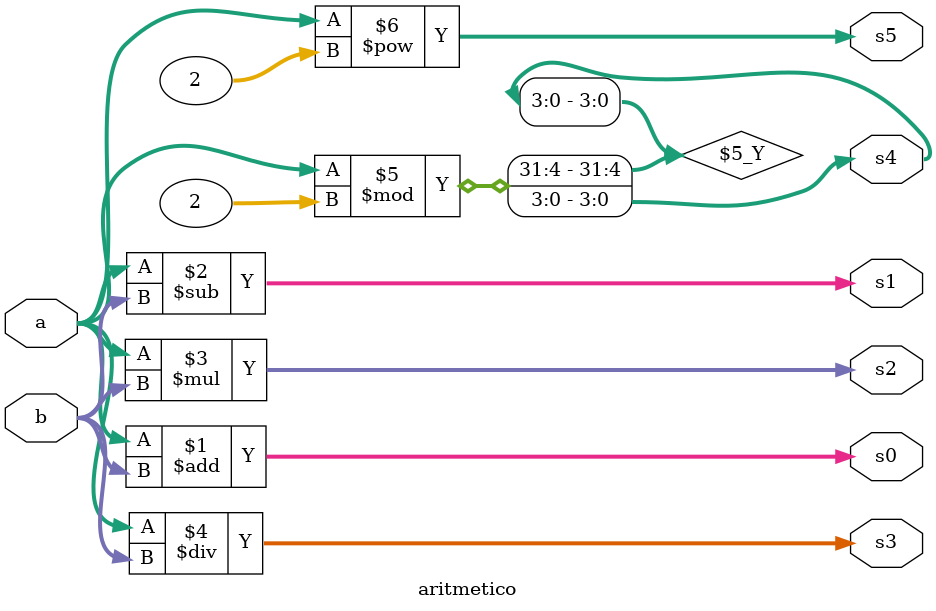
<source format=v>
module aritmetico(input [3:0] a, b, output [3:0] s0,s1,s2,s3,s4,s5);

	assign s0 = a + b;
	assign s1 = a - b; 
	assign s2 = a * b;
	assign s3 = a / b;
	assign s4 = a % 2;
	assign s5 = a ** 2;
endmodule 

</source>
